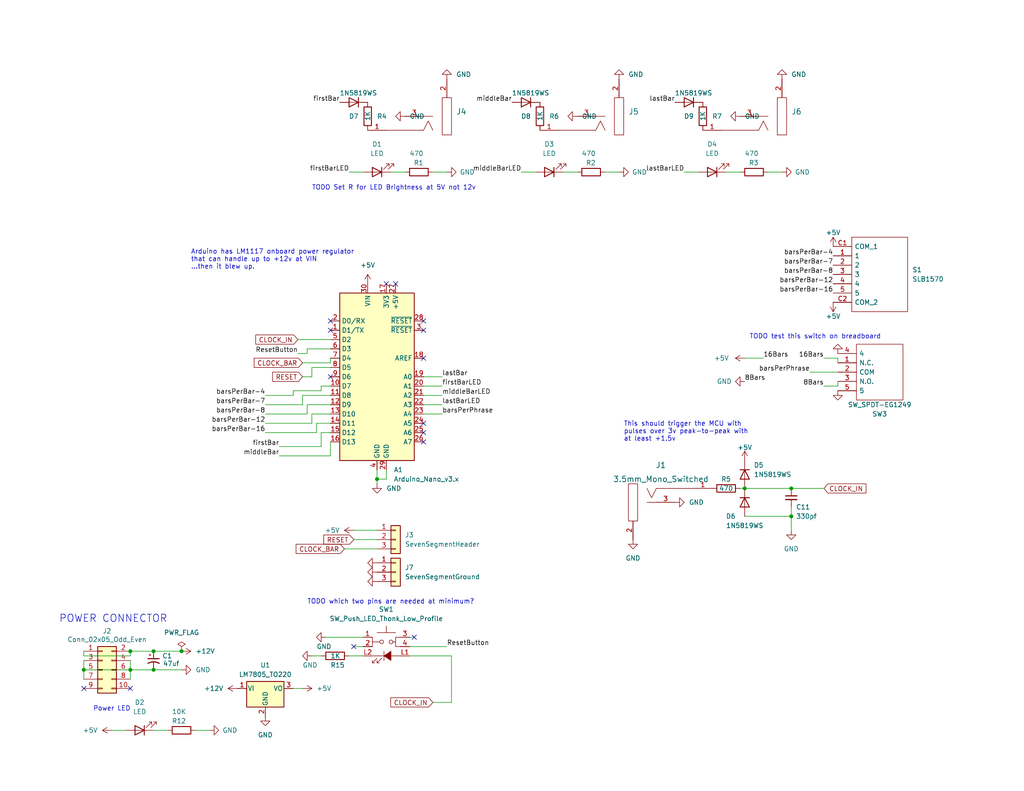
<source format=kicad_sch>
(kicad_sch (version 20230121) (generator eeschema)
  (paper "USLetter")
  (title_block (title "16Bars") (date "2023-02-07") (rev "2.0") (company "16Winds"))
  (lib_symbols
    (symbol "+5V_1" (power) (pin_names (offset 0))
      (property "Value" "+5V_1" (at 0 3.556 0))
      (symbol "+5V_1_0_1"
        (polyline (pts (xy -0.762 1.27) (xy 0 2.54)))
        (polyline (pts (xy 0 0) (xy 0 2.54)))
        (polyline (pts (xy 0 2.54) (xy 0.762 1.27)))
      )
      (symbol "+5V_1_1_1"
        (pin power_in line (at 0 0 90) (length 0) hide (name "+5V") (number "1"))
      )
    )
    (symbol "4ms_Connector:Conn_01x03" (pin_names (offset 1.016) hide)
      (property "Reference" "J" (at 0 5.08 0))
      (property "Value" "Conn_01x03" (at 0 -5.08 0))
      (symbol "Conn_01x03_1_1"
        (rectangle (start -1.27 -2.413) (end 0 -2.667) (stroke (width 0.1524)))
        (rectangle (start -1.27 0.127) (end 0 -0.127) (stroke (width 0.1524)))
        (rectangle (start -1.27 2.667) (end 0 2.413) (stroke (width 0.1524)))
        (rectangle (start -1.27 3.81) (end 1.27 -3.81) (stroke (width 0.254)) (fill (type background)))
        (pin passive line (at -5.08 2.54 0) (length 3.81) (name "Pin_1") (number "1"))
        (pin passive line (at -5.08 0 0) (length 3.81) (name "Pin_2") (number "2"))
        (pin passive line (at -5.08 -2.54 0) (length 3.81) (name "Pin_3") (number "3"))
      )
    )
    (symbol "4ms_Jack:3.5mm_Mono_Switched" (pin_names (offset 0) hide)
      (property "Reference" "J" (at -6.35 -7.62 0))
      (property "Value" "3.5mm_Mono_Switched" (at 6.35 6.604 0))
      (symbol "3.5mm_Mono_Switched_0_0"
        (rectangle (start -6.35 5.08) (end -3.81 -5.08))
        (polyline (pts (xy -1.27 0) (xy 1.27 0)))
        (polyline (pts (xy -1.27 3.81) (xy 0 1.27) (xy 1.27 3.81) (xy 11.43 3.81)))
      )
      (symbol "3.5mm_Mono_Switched_1_1"
        (pin passive line (at 16.51 3.81 180) (length 5.08) (name "SIG") (number "1"))
        (pin passive line (at -5.08 -10.16 90) (length 5.08) (name "SHEILD") (number "2"))
        (pin passive line (at 6.35 0 180) (length 5.08) (name "SW") (number "3"))
      )
    )
    (symbol "4ms_Power-symbol:+5V" (power) (pin_names (offset 0))
      (property "Value" "+5V" (at 0 3.556 0))
      (symbol "+5V_0_1"
        (polyline (pts (xy -0.762 1.27) (xy 0 2.54)))
        (polyline (pts (xy 0 0) (xy 0 2.54)))
        (polyline (pts (xy 0 2.54) (xy 0.762 1.27)))
      )
      (symbol "+5V_1_1"
        (pin power_in line (at 0 0 90) (length 0) hide (name "+5V") (number "1"))
      )
    )
    (symbol "4ms_Power-symbol:GND" (power) (pin_names (offset 0))
      (property "Value" "GND" (at 0 -3.81 0))
      (symbol "GND_0_1"
        (polyline (pts (xy 0 0) (xy 0 -1.27) (xy 1.27 -1.27) (xy 0 -2.54) (xy -1.27 -1.27) (xy 0 -1.27)))
      )
      (symbol "GND_1_1"
        (pin power_in line (at 0 0 270) (length 0) hide (name "GND") (number "1"))
      )
    )
    (symbol "Connector_Generic:Conn_02x05_Odd_Even" (pin_names (offset 1.016) hide)
      (property "Reference" "J" (at 1.27 7.62 0))
      (property "Value" "Conn_02x05_Odd_Even" (at 1.27 -7.62 0))
      (symbol "Conn_02x05_Odd_Even_1_1"
        (rectangle (start -1.27 -4.953) (end 0 -5.207) (stroke (width 0.1524)))
        (rectangle (start -1.27 -2.413) (end 0 -2.667) (stroke (width 0.1524)))
        (rectangle (start -1.27 0.127) (end 0 -0.127) (stroke (width 0.1524)))
        (rectangle (start -1.27 2.667) (end 0 2.413) (stroke (width 0.1524)))
        (rectangle (start -1.27 5.207) (end 0 4.953) (stroke (width 0.1524)))
        (rectangle (start -1.27 6.35) (end 3.81 -6.35) (stroke (width 0.254)) (fill (type background)))
        (rectangle (start 3.81 -4.953) (end 2.54 -5.207) (stroke (width 0.1524)))
        (rectangle (start 3.81 -2.413) (end 2.54 -2.667) (stroke (width 0.1524)))
        (rectangle (start 3.81 0.127) (end 2.54 -0.127) (stroke (width 0.1524)))
        (rectangle (start 3.81 2.667) (end 2.54 2.413) (stroke (width 0.1524)))
        (rectangle (start 3.81 5.207) (end 2.54 4.953) (stroke (width 0.1524)))
        (pin passive line (at -5.08 5.08 0) (length 3.81) (name "Pin_1") (number "1"))
        (pin passive line (at 7.62 -5.08 180) (length 3.81) (name "Pin_10") (number "10"))
        (pin passive line (at 7.62 5.08 180) (length 3.81) (name "Pin_2") (number "2"))
        (pin passive line (at -5.08 2.54 0) (length 3.81) (name "Pin_3") (number "3"))
        (pin passive line (at 7.62 2.54 180) (length 3.81) (name "Pin_4") (number "4"))
        (pin passive line (at -5.08 0 0) (length 3.81) (name "Pin_5") (number "5"))
        (pin passive line (at 7.62 0 180) (length 3.81) (name "Pin_6") (number "6"))
        (pin passive line (at -5.08 -2.54 0) (length 3.81) (name "Pin_7") (number "7"))
        (pin passive line (at 7.62 -2.54 180) (length 3.81) (name "Pin_8") (number "8"))
        (pin passive line (at -5.08 -5.08 0) (length 3.81) (name "Pin_9") (number "9"))
      )
    )
    (symbol "Device:C_Polarized_Small_US" (pin_numbers hide) (pin_names (offset 0.254) hide)
      (property "Reference" "C" (at 0.254 1.778 0))
      (property "Value" "C_Polarized_Small_US" (at 0.254 -2.032 0))
      (symbol "C_Polarized_Small_US_0_1"
        (polyline (pts (xy -1.524 0.508) (xy 1.524 0.508)) (stroke (width 0.3048)))
        (polyline (pts (xy -1.27 1.524) (xy -0.762 1.524)))
        (polyline (pts (xy -1.016 1.27) (xy -1.016 1.778)))
        (arc (start 1.524 -0.762) (mid 0 -0.3734) (end -1.524 -0.762) (stroke (width 0.3048)))
      )
      (symbol "C_Polarized_Small_US_1_1"
        (pin passive line (at 0 2.54 270) (length 2.032) (name "~") (number "1"))
        (pin passive line (at 0 -2.54 90) (length 2.032) (name "~") (number "2"))
      )
    )
    (symbol "Device:C_Small" (pin_numbers hide) (pin_names (offset 0.254) hide)
      (property "Reference" "C" (at 0.254 1.778 0))
      (property "Value" "C_Small" (at 0.254 -2.032 0))
      (symbol "C_Small_0_1"
        (polyline (pts (xy -1.524 -0.508) (xy 1.524 -0.508)) (stroke (width 0.3302)))
        (polyline (pts (xy -1.524 0.508) (xy 1.524 0.508)) (stroke (width 0.3048)))
      )
      (symbol "C_Small_1_1"
        (pin passive line (at 0 2.54 270) (length 2.032) (name "~") (number "1"))
        (pin passive line (at 0 -2.54 90) (length 2.032) (name "~") (number "2"))
      )
    )
    (symbol "Device:D" (pin_numbers hide) (pin_names (offset 1.016) hide)
      (property "Reference" "D" (at 0 2.54 0))
      (property "Value" "D" (at 0 -2.54 0))
      (symbol "D_0_1"
        (polyline (pts (xy -1.27 1.27) (xy -1.27 -1.27)) (stroke (width 0.254)))
        (polyline (pts (xy 1.27 0) (xy -1.27 0)))
        (polyline (pts (xy 1.27 1.27) (xy 1.27 -1.27) (xy -1.27 0) (xy 1.27 1.27)) (stroke (width 0.254)))
      )
      (symbol "D_1_1"
        (pin passive line (at -3.81 0 0) (length 2.54) (name "K") (number "1"))
        (pin passive line (at 3.81 0 180) (length 2.54) (name "A") (number "2"))
      )
    )
    (symbol "Device:LED" (pin_numbers hide) (pin_names (offset 1.016) hide)
      (property "Reference" "D" (at 0 2.54 0))
      (property "Value" "LED" (at 0 -2.54 0))
      (symbol "LED_0_1"
        (polyline (pts (xy -1.27 -1.27) (xy -1.27 1.27)) (stroke (width 0.254)))
        (polyline (pts (xy -1.27 0) (xy 1.27 0)))
        (polyline (pts (xy 1.27 -1.27) (xy 1.27 1.27) (xy -1.27 0) (xy 1.27 -1.27)) (stroke (width 0.254)))
        (polyline (pts (xy -3.048 -0.762) (xy -4.572 -2.286) (xy -3.81 -2.286) (xy -4.572 -2.286) (xy -4.572 -1.524)))
        (polyline (pts (xy -1.778 -0.762) (xy -3.302 -2.286) (xy -2.54 -2.286) (xy -3.302 -2.286) (xy -3.302 -1.524)))
      )
      (symbol "LED_1_1"
        (pin passive line (at -3.81 0 0) (length 2.54) (name "K") (number "1"))
        (pin passive line (at 3.81 0 180) (length 2.54) (name "A") (number "2"))
      )
    )
    (symbol "Device:R" (pin_numbers hide) (pin_names (offset 0))
      (property "Reference" "R" (at 2.032 0 90))
      (property "Value" "R" (at 0 0 90))
      (symbol "R_0_1"
        (rectangle (start -1.016 -2.54) (end 1.016 2.54) (stroke (width 0.254)))
      )
      (symbol "R_1_1"
        (pin passive line (at 0 3.81 270) (length 1.27) (name "~") (number "1"))
        (pin passive line (at 0 -3.81 90) (length 1.27) (name "~") (number "2"))
      )
    )
    (symbol "MCU_Module:Arduino_Nano_v3.x"
      (property "Reference" "A" (at -10.16 23.495 0))
      (property "Value" "Arduino_Nano_v3.x" (at 5.08 -24.13 0))
      (symbol "Arduino_Nano_v3.x_0_1"
        (rectangle (start -10.16 22.86) (end 10.16 -22.86) (stroke (width 0.254)) (fill (type background)))
      )
      (symbol "Arduino_Nano_v3.x_1_1"
        (pin bidirectional line (at -12.7 12.7 0) (length 2.54) (name "D1/TX") (number "1"))
        (pin bidirectional line (at -12.7 -2.54 0) (length 2.54) (name "D7") (number "10"))
        (pin bidirectional line (at -12.7 -5.08 0) (length 2.54) (name "D8") (number "11"))
        (pin bidirectional line (at -12.7 -7.62 0) (length 2.54) (name "D9") (number "12"))
        (pin bidirectional line (at -12.7 -10.16 0) (length 2.54) (name "D10") (number "13"))
        (pin bidirectional line (at -12.7 -12.7 0) (length 2.54) (name "D11") (number "14"))
        (pin bidirectional line (at -12.7 -15.24 0) (length 2.54) (name "D12") (number "15"))
        (pin bidirectional line (at -12.7 -17.78 0) (length 2.54) (name "D13") (number "16"))
        (pin power_out line (at 2.54 25.4 270) (length 2.54) (name "3V3") (number "17"))
        (pin input line (at 12.7 5.08 180) (length 2.54) (name "AREF") (number "18"))
        (pin bidirectional line (at 12.7 0 180) (length 2.54) (name "A0") (number "19"))
        (pin bidirectional line (at -12.7 15.24 0) (length 2.54) (name "D0/RX") (number "2"))
        (pin bidirectional line (at 12.7 -2.54 180) (length 2.54) (name "A1") (number "20"))
        (pin bidirectional line (at 12.7 -5.08 180) (length 2.54) (name "A2") (number "21"))
        (pin bidirectional line (at 12.7 -7.62 180) (length 2.54) (name "A3") (number "22"))
        (pin bidirectional line (at 12.7 -10.16 180) (length 2.54) (name "A4") (number "23"))
        (pin bidirectional line (at 12.7 -12.7 180) (length 2.54) (name "A5") (number "24"))
        (pin bidirectional line (at 12.7 -15.24 180) (length 2.54) (name "A6") (number "25"))
        (pin bidirectional line (at 12.7 -17.78 180) (length 2.54) (name "A7") (number "26"))
        (pin power_out line (at 5.08 25.4 270) (length 2.54) (name "+5V") (number "27"))
        (pin input line (at 12.7 15.24 180) (length 2.54) (name "~{RESET}") (number "28"))
        (pin power_in line (at 2.54 -25.4 90) (length 2.54) (name "GND") (number "29"))
        (pin input line (at 12.7 12.7 180) (length 2.54) (name "~{RESET}") (number "3"))
        (pin power_in line (at -2.54 25.4 270) (length 2.54) (name "VIN") (number "30"))
        (pin power_in line (at 0 -25.4 90) (length 2.54) (name "GND") (number "4"))
        (pin bidirectional line (at -12.7 10.16 0) (length 2.54) (name "D2") (number "5"))
        (pin bidirectional line (at -12.7 7.62 0) (length 2.54) (name "D3") (number "6"))
        (pin bidirectional line (at -12.7 5.08 0) (length 2.54) (name "D4") (number "7"))
        (pin bidirectional line (at -12.7 2.54 0) (length 2.54) (name "D5") (number "8"))
        (pin bidirectional line (at -12.7 0 0) (length 2.54) (name "D6") (number "9"))
      )
    )
    (symbol "Regulator_Linear:LM7805_TO220" (pin_names (offset 0.254))
      (property "Reference" "U" (at -3.81 3.175 0))
      (property "Value" "LM7805_TO220" (at 0 3.175 0))
      (symbol "LM7805_TO220_0_1"
        (rectangle (start -5.08 1.905) (end 5.08 -5.08) (stroke (width 0.254)) (fill (type background)))
      )
      (symbol "LM7805_TO220_1_1"
        (pin power_in line (at -7.62 0 0) (length 2.54) (name "VI") (number "1"))
        (pin power_in line (at 0 -7.62 90) (length 2.54) (name "GND") (number "2"))
        (pin power_out line (at 7.62 0 180) (length 2.54) (name "VO") (number "3"))
      )
    )
    (symbol "SLB1570:SLB1570" (pin_names (offset 0.762))
      (property "Reference" "S" (at 21.59 7.62 0))
      (property "Value" "SLB1570" (at 21.59 5.08 0))
      (symbol "SLB1570_0_0"
        (pin passive line (at 0 -2.54 0) (length 5.08) (name "1") (number "1"))
        (pin passive line (at 0 -5.08 0) (length 5.08) (name "2") (number "2"))
        (pin passive line (at 0 -7.62 0) (length 5.08) (name "3") (number "3"))
        (pin passive line (at 0 -10.16 0) (length 5.08) (name "4") (number "4"))
        (pin passive line (at 0 -12.7 0) (length 5.08) (name "5") (number "5"))
        (pin passive line (at 0 0 0) (length 5.08) (name "COM_1") (number "C1"))
        (pin passive line (at 0 -15.24 0) (length 5.08) (name "COM_2") (number "C2"))
      )
      (symbol "SLB1570_0_1"
        (polyline (pts (xy 5.08 2.54) (xy 20.32 2.54) (xy 20.32 -17.78) (xy 5.08 -17.78) (xy 5.08 2.54)) (stroke (width 0.1524)))
      )
    )
    (symbol "SamacSys_Parts:EG1249-On-On" (pin_names (offset 0.762))
      (property "Reference" "S" (at 19.05 7.62 0))
      (property "Value" "EG1249-On-On" (at 19.05 5.08 0))
      (symbol "EG1249-On-On_0_0"
        (pin passive line (at 0 -2.54 0) (length 5.08) (name "N.C.") (number "1"))
        (pin passive line (at 0 -5.08 0) (length 5.08) (name "COM") (number "2"))
        (pin passive line (at 0 -7.62 0) (length 5.08) (name "N.O.") (number "3"))
        (pin passive line (at 0 0 0) (length 5.08) (name "4") (number "4"))
        (pin passive line (at 0 -10.16 0) (length 5.08) (name "5") (number "5"))
      )
      (symbol "EG1249-On-On_0_1"
        (polyline (pts (xy 5.08 2.54) (xy 17.78 2.54) (xy 17.78 -12.7) (xy 5.08 -12.7) (xy 5.08 2.54)) (stroke (width 0.1524)))
      )
    )
    (symbol "TDSR*:SW_Push_LED_Thonk_Low_Profile" (pin_names (offset 1.016) hide)
      (property "Reference" "SW" (at 0.635 5.715 0))
      (property "Value" "SW_Push_LED_Thonk_Low_Profile" (at 0 -6.35 0))
      (symbol "SW_Push_LED_Thonk_Low_Profile_0_0"
        (polyline (pts (xy -3.81 -4.445) (xy -2.54 -3.175)))
        (polyline (pts (xy -2.54 -4.445) (xy -1.27 -3.175)))
        (polyline (pts (xy -2.54 -2.54) (xy 2.54 -2.54)))
        (polyline (pts (xy -0.635 -1.27) (xy -0.635 -3.81)))
        (polyline (pts (xy -3.81 -3.81) (xy -3.81 -4.445) (xy -3.175 -4.445)))
        (polyline (pts (xy -2.54 -3.81) (xy -2.54 -4.445) (xy -1.905 -4.445)))
        (polyline (pts (xy -0.635 -2.54) (xy 1.27 -1.27) (xy 1.27 -3.81) (xy -0.635 -2.54)) (fill (type outline)))
      )
      (symbol "SW_Push_LED_Thonk_Low_Profile_0_1"
        (circle (center -1.27 1.27) (radius 0.508))
        (polyline (pts (xy -3.81 -2.54) (xy -3.81 -2.54)))
        (polyline (pts (xy -3.81 1.27) (xy -1.778 1.27)))
        (polyline (pts (xy -3.81 2.54) (xy -3.81 0)))
        (polyline (pts (xy -2.54 -2.54) (xy -3.81 -2.54)))
        (polyline (pts (xy 0 3.81) (xy 0 5.588)))
        (polyline (pts (xy 2.54 -2.54) (xy 3.81 -2.54)))
        (polyline (pts (xy 2.54 0) (xy 3.81 0)))
        (polyline (pts (xy 2.54 3.81) (xy -2.54 3.81)))
        (polyline (pts (xy 3.81 0) (xy 3.81 0)))
        (polyline (pts (xy 3.81 2.54) (xy 2.54 2.54)))
        (polyline (pts (xy 2.54 2.54) (xy 2.54 0) (xy 2.54 1.27) (xy 1.778 1.27)))
        (circle (center 1.27 1.27) (radius 0.508))
        (pin passive line (at -6.35 2.54 0) (length 2.54) (name "1") (number "1"))
        (pin passive line (at -6.35 0 0) (length 2.54) (name "2") (number "2"))
        (pin passive line (at 6.35 2.54 180) (length 2.54) (name "3") (number "3"))
        (pin passive line (at 6.35 0 180) (length 2.54) (name "4") (number "4"))
        (pin passive line (at 6.35 -2.54 180) (length 2.54) (name "L1") (number "L1"))
        (pin passive line (at -6.35 -2.54 0) (length 2.54) (name "L2") (number "L2"))
      )
    )
    (symbol "power:+12V" (power) (pin_names (offset 0))
      (property "Value" "+12V" (at 0 3.556 0))
      (symbol "+12V_0_1"
        (polyline (pts (xy -0.762 1.27) (xy 0 2.54)))
        (polyline (pts (xy 0 0) (xy 0 2.54)))
        (polyline (pts (xy 0 2.54) (xy 0.762 1.27)))
      )
      (symbol "+12V_1_1"
        (pin power_in line (at 0 0 90) (length 0) hide (name "+12V") (number "1"))
      )
    )
    (symbol "power:+5V" (power) (pin_names (offset 0))
      (property "Value" "+5V" (at 0 3.556 0))
      (symbol "+5V_0_1"
        (polyline (pts (xy -0.762 1.27) (xy 0 2.54)))
        (polyline (pts (xy 0 0) (xy 0 2.54)))
        (polyline (pts (xy 0 2.54) (xy 0.762 1.27)))
      )
      (symbol "+5V_1_1"
        (pin power_in line (at 0 0 90) (length 0) hide (name "+5V") (number "1"))
      )
    )
    (symbol "power:GND" (power) (pin_names (offset 0))
      (property "Value" "GND" (at 0 -3.81 0))
      (symbol "GND_0_1"
        (polyline (pts (xy 0 0) (xy 0 -1.27) (xy 1.27 -1.27) (xy 0 -2.54) (xy -1.27 -1.27) (xy 0 -1.27)))
      )
      (symbol "GND_1_1"
        (pin power_in line (at 0 0 270) (length 0) hide (name "GND") (number "1"))
      )
    )
    (symbol "power:PWR_FLAG" (power) (pin_numbers hide) (pin_names (offset 0) hide)
      (property "Value" "PWR_FLAG" (at 0 3.81 0))
      (symbol "PWR_FLAG_0_0"
        (pin power_out line (at 0 0 90) (length 0) (name "pwr") (number "1"))
      )
      (symbol "PWR_FLAG_0_1"
        (polyline (pts (xy 0 0) (xy 0 1.27) (xy -1.016 1.905) (xy 0 2.54) (xy 1.016 1.905) (xy 0 1.27)))
      )
    )
  )
  (junction (at 35.56 182.88))
  (junction (at 35.56 177.8))
  (junction (at 102.87 130.81))
  (junction (at 41.91 182.88))
  (junction (at 215.9 133.35))
  (junction (at 203.2 133.35))
  (junction (at 22.86 182.88))
  (junction (at 215.9 140.97))
  (junction (at 41.91 177.8))
  (junction (at 49.53 177.8))
  (no_connect (at 90.17 90.17))
  (no_connect (at 107.95 77.47))
  (no_connect (at 115.57 115.57))
  (no_connect (at 115.57 120.65))
  (no_connect (at 115.57 97.79))
  (no_connect (at 90.17 102.87))
  (no_connect (at 90.17 87.63))
  (no_connect (at 115.57 118.11))
  (no_connect (at 105.41 77.47))
  (no_connect (at 115.57 87.63))
  (no_connect (at 22.86 187.96))
  (no_connect (at 96.52 176.53))
  (no_connect (at 115.57 90.17))
  (no_connect (at 35.56 187.96))
  (no_connect (at 113.03 173.99))
  (wire (pts (xy 95.25 46.99) (xy 99.06 46.99)))
  (wire (pts (xy 87.63 118.11) (xy 90.17 118.11)))
  (wire (pts (xy 76.2 121.92) (xy 87.63 121.92)))
  (wire (pts (xy 22.86 180.34) (xy 22.86 182.88)))
  (wire (pts (xy 186.69 46.99) (xy 190.5 46.99)))
  (wire (pts (xy 83.82 95.25) (xy 90.17 95.25)))
  (wire (pts (xy 35.56 185.42) (xy 35.56 182.88)))
  (wire (pts (xy 118.11 46.99) (xy 121.92 46.99)))
  (wire (pts (xy 82.55 99.06) (xy 90.17 99.06)))
  (wire (pts (xy 35.56 177.8) (xy 41.91 177.8)))
  (wire (pts (xy 82.55 107.95) (xy 82.55 110.49)))
  (wire (pts (xy 111.76 176.53) (xy 121.92 176.53)))
  (wire (pts (xy 111.76 173.99) (xy 113.03 173.99)))
  (wire (pts (xy 228.6 97.79) (xy 224.79 97.79)))
  (wire (pts (xy 85.09 100.33) (xy 90.17 100.33)))
  (wire (pts (xy 35.56 180.34) (xy 35.56 182.88)))
  (wire (pts (xy 72.39 113.03) (xy 83.82 113.03)))
  (wire (pts (xy 102.87 128.27) (xy 102.87 130.81)))
  (wire (pts (xy 86.36 115.57) (xy 90.17 115.57)))
  (wire (pts (xy 102.87 147.32) (xy 96.52 147.32)))
  (wire (pts (xy 83.82 96.52) (xy 83.82 95.25)))
  (wire (pts (xy 228.6 105.41) (xy 224.79 105.41)))
  (wire (pts (xy 106.68 46.99) (xy 110.49 46.99)))
  (wire (pts (xy 203.2 133.35) (xy 215.9 133.35)))
  (wire (pts (xy 203.2 133.35) (xy 201.93 133.35)))
  (wire (pts (xy 76.2 124.46) (xy 90.17 124.46)))
  (wire (pts (xy 87.63 179.07) (xy 85.09 179.07)))
  (wire (pts (xy 111.76 179.07) (xy 123.19 179.07)))
  (wire (pts (xy 153.67 46.99) (xy 157.48 46.99)))
  (wire (pts (xy 87.63 106.68) (xy 87.63 105.41)))
  (wire (pts (xy 85.09 102.87) (xy 85.09 100.33)))
  (wire (pts (xy 35.56 177.8) (xy 35.56 179.07)))
  (wire (pts (xy 123.19 179.07) (xy 123.19 191.77)))
  (wire (pts (xy 85.09 113.03) (xy 85.09 115.57)))
  (wire (pts (xy 115.57 107.95) (xy 120.65 107.95)))
  (wire (pts (xy 203.2 140.97) (xy 215.9 140.97)))
  (wire (pts (xy 86.36 118.11) (xy 86.36 115.57)))
  (wire (pts (xy 81.28 96.52) (xy 83.82 96.52)))
  (wire (pts (xy 85.09 115.57) (xy 72.39 115.57)))
  (wire (pts (xy 81.28 92.71) (xy 90.17 92.71)))
  (wire (pts (xy 22.86 179.07) (xy 22.86 177.8)))
  (wire (pts (xy 90.17 120.65) (xy 90.17 124.46)))
  (wire (pts (xy 215.9 140.97) (xy 215.9 138.43)))
  (wire (pts (xy 95.25 179.07) (xy 99.06 179.07)))
  (wire (pts (xy 102.87 144.78) (xy 96.52 144.78)))
  (wire (pts (xy 228.6 105.41) (xy 228.6 104.14)))
  (wire (pts (xy 115.57 105.41) (xy 120.65 105.41)))
  (wire (pts (xy 22.86 185.42) (xy 22.86 182.88)))
  (wire (pts (xy 87.63 121.92) (xy 87.63 118.11)))
  (wire (pts (xy 80.01 107.95) (xy 80.01 106.68)))
  (wire (pts (xy 208.28 97.79) (xy 203.2 97.79)))
  (wire (pts (xy 93.98 149.86) (xy 102.87 149.86)))
  (wire (pts (xy 35.56 179.07) (xy 22.86 179.07)))
  (wire (pts (xy 72.39 107.95) (xy 80.01 107.95)))
  (wire (pts (xy 80.01 187.96) (xy 82.55 187.96)))
  (wire (pts (xy 228.6 101.6) (xy 220.98 101.6)))
  (wire (pts (xy 87.63 105.41) (xy 90.17 105.41)))
  (wire (pts (xy 83.82 113.03) (xy 83.82 110.49)))
  (wire (pts (xy 30.48 199.39) (xy 34.29 199.39)))
  (wire (pts (xy 198.12 46.99) (xy 201.93 46.99)))
  (wire (pts (xy 105.41 130.81) (xy 102.87 130.81)))
  (wire (pts (xy 215.9 144.78) (xy 215.9 140.97)))
  (wire (pts (xy 105.41 128.27) (xy 105.41 130.81)))
  (wire (pts (xy 90.17 113.03) (xy 85.09 113.03)))
  (wire (pts (xy 115.57 113.03) (xy 120.65 113.03)))
  (wire (pts (xy 228.6 99.06) (xy 228.6 97.79)))
  (wire (pts (xy 41.91 182.88) (xy 35.56 182.88)))
  (wire (pts (xy 215.9 133.35) (xy 224.79 133.35)))
  (wire (pts (xy 82.55 102.87) (xy 85.09 102.87)))
  (wire (pts (xy 82.55 110.49) (xy 72.39 110.49)))
  (wire (pts (xy 41.91 199.39) (xy 45.72 199.39)))
  (wire (pts (xy 99.06 176.53) (xy 96.52 176.53)))
  (wire (pts (xy 165.1 46.99) (xy 168.91 46.99)))
  (wire (pts (xy 22.86 182.88) (xy 35.56 182.88)))
  (wire (pts (xy 90.17 99.06) (xy 90.17 97.79)))
  (wire (pts (xy 90.17 107.95) (xy 82.55 107.95)))
  (wire (pts (xy 41.91 177.8) (xy 49.53 177.8)))
  (wire (pts (xy 88.9 173.99) (xy 99.06 173.99)))
  (wire (pts (xy 41.91 182.88) (xy 49.53 182.88)))
  (wire (pts (xy 53.34 199.39) (xy 57.15 199.39)))
  (wire (pts (xy 72.39 118.11) (xy 86.36 118.11)))
  (wire (pts (xy 209.55 46.99) (xy 213.36 46.99)))
  (wire (pts (xy 102.87 130.81) (xy 102.87 132.08)))
  (wire (pts (xy 115.57 102.87) (xy 120.65 102.87)))
  (wire (pts (xy 80.01 106.68) (xy 87.63 106.68)))
  (wire (pts (xy 115.57 110.49) (xy 120.65 110.49)))
  (wire (pts (xy 142.24 46.99) (xy 146.05 46.99)))
  (wire (pts (xy 83.82 110.49) (xy 90.17 110.49)))
  (wire (pts (xy 118.11 191.77) (xy 123.19 191.77)))
  (text "POWER CONNECTOR" (at 45.72 170.18 0) (effects (font (size 2 2)) (justify right bottom)))
  (text "Arduino has LM1117 onboard power regulator \nthat can handle up to +12v at VIN\n...then it blew up." (at 52.07 73.66 0) (effects (font (size 1.27 1.27)) (justify left bottom)))
  (text "Power LED" (at 25.4 194.31 0) (effects (font (size 1.27 1.27)) (justify left bottom)))
  (text "TODO test this switch on breadboard" (at 204.47 92.71 0) (effects (font (size 1.27 1.27)) (justify left bottom)))
  (text "TODO which two pins are needed at minimum?" (at 83.82 165.1 0) (effects (font (size 1.27 1.27)) (justify left bottom)))
  (text "TODO Set R for LED Brightness at 5V not 12v" (at 85.09 52.07 0) (effects (font (size 1.27 1.27)) (justify left bottom)))
  (text "This should trigger the MCU with \npulses over 3v peak-to-peak with\nat least +1.5v" (at 170.18 120.65 0) (effects (font (size 1.27 1.27)) (justify left bottom)))
  (label "middleBarLED" (at 120.65 107.95 0))
  (label "lastBar" (at 184.15 27.94 180))
  (label "lastBar" (at 120.65 102.87 0))
  (label "8Bars" (at 203.2 104.14 0))
  (label "barsPerBar-12" (at 72.39 115.57 180))
  (label "barsPerBar-8" (at 72.39 113.03 180))
  (label "middleBar" (at 76.2 124.46 180))
  (label "8Bars" (at 224.79 105.41 180))
  (label "firstBarLED" (at 95.25 46.99 180))
  (label "barsPerBar-8" (at 227.33 74.93 180))
  (label "firstBarLED" (at 120.65 105.41 0))
  (label "barsPerBar-7" (at 72.39 110.49 180))
  (label "ResetButton" (at 121.92 176.53 0))
  (label "barsPerBar-4" (at 72.39 107.95 180))
  (label "barsPerPhrase" (at 220.98 101.6 180))
  (label "barsPerBar-7" (at 227.33 72.39 180))
  (label "ResetButton" (at 81.28 96.52 180))
  (label "middleBar" (at 139.7 27.94 180))
  (label "lastBarLED" (at 120.65 110.49 0))
  (label "barsPerBar-12" (at 227.33 77.47 180))
  (label "barsPerPhrase" (at 120.65 113.03 0))
  (label "16Bars" (at 224.79 97.79 180))
  (label "firstBar" (at 76.2 121.92 180))
  (label "firstBar" (at 92.71 27.94 180))
  (label "barsPerBar-16" (at 227.33 80.01 180))
  (label "middleBarLED" (at 142.24 46.99 180))
  (label "lastBarLED" (at 186.69 46.99 180))
  (label "16Bars" (at 208.28 97.79 0))
  (label "barsPerBar-16" (at 72.39 118.11 180))
  (label "barsPerBar-4" (at 227.33 69.85 180))
  (global_label "CLOCK_IN" (shape input) (at 224.79 133.35 0) (property "Intersheetrefs" "${INTERSHEET_REFS}" (effects hide)))
  (global_label "CLOCK_BAR" (shape input) (at 82.55 99.06 180) (property "Intersheetrefs" "${INTERSHEET_REFS}" (effects hide)))
  (global_label "RESET" (shape input) (at 96.52 147.32 180) (property "Intersheetrefs" "${INTERSHEET_REFS}" (effects hide)))
  (global_label "CLOCK_IN" (shape input) (at 81.28 92.71 180) (property "Intersheetrefs" "${INTERSHEET_REFS}" (effects hide)))
  (global_label "CLOCK_IN" (shape input) (at 118.11 191.77 180) (property "Intersheetrefs" "${INTERSHEET_REFS}" (effects hide)))
  (global_label "CLOCK_BAR" (shape input) (at 93.98 149.86 180) (property "Intersheetrefs" "${INTERSHEET_REFS}" (effects hide)))
  (global_label "RESET" (shape input) (at 82.55 102.87 180) (property "Intersheetrefs" "${INTERSHEET_REFS}" (effects hide)))
  (symbol (lib_id "power:+5V") (at 227.33 67.31 0) (unit 1)
    (property "Reference" "#PWR025" (effects hide))
    (property "Value" "+5V" (at 227.33 63.5 0))
  )
  (symbol (lib_id "Device:R") (at 147.32 31.75 180) (unit 1)
    (property "Reference" "R6" (at 149.86 31.75 0) (effects (justify right)))
    (property "Value" "1K" (at 147.32 33.02 90) (effects (justify right)))
    (property "Footprint" "Resistor_SMD:R_0402_1005Metric" (effects hide))
    (property "LCSC" "C4410" (effects hide))
    (property "Manufacturer_Part_Number" "C4109" (effects hide))
  )
  (symbol (lib_id "4ms_Jack:3.5mm_Mono_Switched") (at 116.84 31.75 180) (unit 1)
    (property "Reference" "J4" (at 124.46 30.48 0) (effects (font (size 1.524 1.524)) (justify right)))
    (property "Value" "3.5mm_Mono_Switched" (effects hide))
    (property "Footprint" "4ms_Jack:EighthInch_PJ398SM" (effects hide))
    (property "Datasheet" "http://www.qingpu-electronics.com/en/products/wqp-pj398sm-362.html" (effects hide))
    (property "Specifications" "Audio 3.5mm Jack, mono, switched, PC-pin Vertical" (effects hide))
    (property "Manufacturer" "Wenzhou QingPu Electronics Co" (effects hide))
    (property "Part Number" "WQP-WQP518MA" (effects hide))
  )
  (symbol (lib_id "power:+5V") (at 30.48 199.39 90) (unit 1)
    (property "Reference" "#PWR027" (effects hide))
    (property "Value" "+5V" (at 26.67 199.39 90) (effects (justify left)))
  )
  (symbol (lib_id "power:GND") (at 203.2 104.14 270) (unit 1)
    (property "Reference" "#PWR0104" (effects hide))
    (property "Value" "GND" (at 195.58 104.14 90) (effects (justify left)))
  )
  (symbol (lib_id "Device:R") (at 114.3 46.99 270) (unit 1)
    (property "Reference" "R1" (at 115.57 44.4501 90) (effects (justify right)))
    (property "Value" "470" (at 115.57 41.9101 90) (effects (justify right)))
    (property "Footprint" "Resistor_SMD:R_0402_1005Metric" (effects hide))
    (property "LCSC" "C25117" (effects hide))
    (property "Manufacturer_Part_Number" "C4109" (effects hide))
  )
  (symbol (lib_id "power:GND") (at 228.6 96.52 180) (unit 1)
    (property "Reference" "#PWR0112" (effects hide))
    (property "Value" "GND" (effects hide))
  )
  (symbol (lib_id "power:PWR_FLAG") (at 49.53 177.8 0) (unit 1)
    (property "Reference" "#FLG0102" (effects hide))
    (property "Value" "PWR_FLAG" (at 49.53 172.72 0))
  )
  (symbol (lib_id "Device:R") (at 205.74 46.99 270) (unit 1)
    (property "Reference" "R3" (at 207.01 44.4501 90) (effects (justify right)))
    (property "Value" "470" (at 207.01 41.9101 90) (effects (justify right)))
    (property "Footprint" "Resistor_SMD:R_0402_1005Metric" (effects hide))
    (property "LCSC" "C25117" (effects hide))
    (property "Manufacturer_Part_Number" "C4109" (effects hide))
  )
  (symbol (lib_id "power:+5V") (at 203.2 97.79 90) (unit 1)
    (property "Reference" "#PWR0103" (effects hide))
    (property "Value" "+5V" (at 196.85 97.79 90))
  )
  (symbol (lib_id "power:+12V") (at 64.77 187.96 90) (unit 1)
    (property "Reference" "#PWR08" (effects hide))
    (property "Value" "+12V" (at 60.96 187.96 90) (effects (justify left)))
  )
  (symbol (lib_id "4ms_Power-symbol:GND") (at 121.92 21.59 180) (unit 1)
    (property "Reference" "#PWR010" (effects hide))
    (property "Value" "GND" (at 124.46 20.3199 0) (effects (justify right)))
  )
  (symbol (lib_id "power:GND") (at 102.87 153.67 270) (unit 1)
    (property "Reference" "#PWR01" (effects hide))
    (property "Value" "GND" (effects hide))
  )
  (symbol (lib_name "+5V_1") (lib_id "power:+5V") (at 100.33 77.47 0) (unit 1)
    (property "Reference" "#PWR06" (effects hide))
    (property "Value" "+5V" (at 100.33 72.39 0))
  )
  (symbol (lib_id "SamacSys_Parts:EG1249-On-On") (at 228.6 96.52 0) (unit 1)
    (property "Reference" "SW3" (at 240.03 113.03 0))
    (property "Value" "SW_SPDT-EG1249" (at 240.03 110.49 0))
    (property "Footprint" "EG1249" (effects hide))
    (property "Datasheet" "https://datasheet.datasheetarchive.com/originals/distributors/Datasheets-DGA5/426734.pdf" (effects hide))
    (property "Notes" "Mouse has a variety of switches, needs to be ON ON ON" (effects hide))
    (property "Description" "Slide Switches SPDT 6MM LEVER" (effects hide))
    (property "Height" "14.5" (effects hide))
    (property "Mouser Part Number" "612-EG1249" (effects hide))
    (property "Mouser Price/Stock" "https://www.mouser.co.uk/ProductDetail/E-Switch/EG1249?qs=HKd%2Fp3M7KlWui1pwdUluqA%3D%3D" (effects hide))
    (property "Manufacturer_Name" "E-Switch" (effects hide))
    (property "Manufacturer_Part_Number" "EG1249" (effects hide))
  )
  (symbol (lib_id "power:GND") (at 102.87 158.75 270) (unit 1)
    (property "Reference" "#PWR04" (effects hide))
    (property "Value" "GND" (effects hide))
  )
  (symbol (lib_id "power:GND") (at 213.36 46.99 90) (unit 1)
    (property "Reference" "#PWR022" (effects hide))
    (property "Value" "GND" (at 220.98 46.99 90) (effects (justify left)))
  )
  (symbol (lib_id "power:GND") (at 121.92 46.99 90) (unit 1)
    (property "Reference" "#PWR012" (effects hide))
    (property "Value" "GND" (at 129.54 46.99 90) (effects (justify left)))
  )
  (symbol (lib_id "4ms_Connector:Conn_01x03") (at 107.95 147.32 0) (unit 1)
    (property "Reference" "J3" (at 110.49 146.0499 0) (effects (justify left)))
    (property "Value" "SevenSegmentHeader" (at 110.49 148.5899 0) (effects (justify left)))
    (property "Footprint" "4ms_Connector:Pins_1x03_2.54mm_TH_AudioInsRGndL" (effects hide))
    (property "Specifications" "HEADER 1x3 MALE PINS 0.100” 180deg" (effects hide))
    (property "Manufacturer" "TAD" (effects hide))
    (property "Part Number" "1-0301FBV0T" (effects hide))
  )
  (symbol (lib_id "Device:D") (at 203.2 137.16 270) (unit 1)
    (property "Reference" "D6" (at 199.39 140.97 90))
    (property "Value" "1N5819WS" (at 203.2 143.51 90))
    (property "Footprint" "Diode_SMD:D_SOD-323" (effects hide))
    (property "Datasheet" "https://datasheet.lcsc.com/lcsc/2204281430_Guangdong-Hottech-1N5819WS_C191023.pdf" (effects hide))
    (property "LCSC" "C191023" (effects hide))
    (property "Manufacturer_Part_Number" "C191023" (effects hide))
  )
  (symbol (lib_id "4ms_Power-symbol:GND") (at 168.91 21.59 180) (unit 1)
    (property "Reference" "#PWR015" (effects hide))
    (property "Value" "GND" (at 171.45 20.3199 0) (effects (justify right)))
  )
  (symbol (lib_id "4ms_Power-symbol:+5V") (at 96.52 144.78 90) (unit 1)
    (property "Reference" "#PWR05" (effects hide))
    (property "Value" "+5V" (at 92.71 144.7799 90) (effects (justify left)))
  )
  (symbol (lib_id "Device:C_Polarized_Small_US") (at 41.91 180.34 0) (unit 1)
    (property "Reference" "C1" (at 46.99 179.07 0) (effects (justify right)))
    (property "Value" "47uf" (at 44.45 181.1781 0) (effects (justify left)))
    (property "Footprint" "Capacitor_THT:CP_Radial_D5.0mm_P2.00mm" (effects hide))
  )
  (symbol (lib_id "power:GND") (at 85.09 179.07 270) (unit 1)
    (property "Reference" "#PWR014" (effects hide))
    (property "Value" "GND" (at 82.55 181.61 90) (effects (justify left)))
  )
  (symbol (lib_id "4ms_Power-symbol:GND") (at 184.15 137.16 90) (unit 1)
    (property "Reference" "#PWR043" (effects hide))
    (property "Value" "GND" (at 187.96 137.1599 90) (effects (justify right)))
  )
  (symbol (lib_id "4ms_Power-symbol:GND") (at 110.49 31.75 270) (unit 1)
    (property "Reference" "#PWR09" (effects hide))
    (property "Value" "GND" (at 111.76 31.7499 90) (effects (justify left)))
  )
  (symbol (lib_id "Device:LED") (at 194.31 46.99 180) (unit 1)
    (property "Reference" "D4" (at 194.31 39.37 0))
    (property "Value" "LED" (at 194.31 41.91 0))
    (property "Footprint" "LED_THT:LED_D3.0mm" (effects hide))
  )
  (symbol (lib_id "Device:R") (at 100.33 31.75 180) (unit 1)
    (property "Reference" "R4" (at 102.87 31.75 0) (effects (justify right)))
    (property "Value" "1K" (at 100.33 33.02 90) (effects (justify right)))
    (property "Footprint" "Resistor_SMD:R_0402_1005Metric" (effects hide))
    (property "LCSC" "C4410" (effects hide))
    (property "Manufacturer_Part_Number" "C4109" (effects hide))
  )
  (symbol (lib_id "power:+12V") (at 49.53 177.8 270) (unit 1)
    (property "Reference" "#PWR0110" (effects hide))
    (property "Value" "+12V" (at 53.34 177.7999 90) (effects (justify left)))
  )
  (symbol (lib_id "4ms_Jack:3.5mm_Mono_Switched") (at 163.83 31.75 180) (unit 1)
    (property "Reference" "J5" (at 171.45 30.48 0) (effects (font (size 1.524 1.524)) (justify right)))
    (property "Value" "3.5mm_Mono_Switched" (effects hide))
    (property "Footprint" "4ms_Jack:EighthInch_PJ398SM" (effects hide))
    (property "Datasheet" "http://www.qingpu-electronics.com/en/products/wqp-pj398sm-362.html" (effects hide))
    (property "Specifications" "Audio 3.5mm Jack, mono, switched, PC-pin Vertical" (effects hide))
    (property "Manufacturer" "Wenzhou QingPu Electronics Co" (effects hide))
    (property "Part Number" "WQP-WQP518MA" (effects hide))
  )
  (symbol (lib_id "4ms_Jack:3.5mm_Mono_Switched") (at 177.8 137.16 0) (unit 1)
    (property "Reference" "J1" (at 180.34 127 0) (effects (font (size 1.524 1.524))))
    (property "Value" "3.5mm_Mono_Switched" (at 180.34 130.81 0) (effects (font (size 1.524 1.524))))
    (property "Footprint" "4ms_Jack:EighthInch_PJ398SM" (effects hide))
    (property "Datasheet" "http://www.qingpu-electronics.com/en/products/wqp-pj398sm-362.html" (effects hide))
    (property "Specifications" "Audio 3.5mm Jack, mono, switched, PC-pin Vertical" (effects hide))
    (property "Manufacturer" "Wenzhou QingPu Electronics Co" (effects hide))
    (property "Part Number" "WQP-WQP518MA" (effects hide))
  )
  (symbol (lib_id "Connector_Generic:Conn_02x05_Odd_Even") (at 27.94 182.88 0) (unit 1)
    (property "Reference" "J2" (at 29.21 172.2882 0))
    (property "Value" "Conn_02x05_Odd_Even" (at 29.21 174.5996 0))
    (property "Footprint" "Connector_PinHeader_2.54mm:PinHeader_2x05_P2.54mm_Vertical" (effects hide))
  )
  (symbol (lib_id "TDSR*:SW_Push_LED_Thonk_Low_Profile") (at 105.41 176.53 0) (unit 1)
    (property "Reference" "SW1" (at 105.41 166.37 0))
    (property "Value" "SW_Push_LED_Thonk_Low_Profile" (at 105.41 168.91 0))
    (property "Footprint" "TDSR*:ThonkLowProfileButton" (effects hide))
    (property "Datasheet" "Datasheets/LowProfileButton.pdf" (effects hide))
  )
  (symbol (lib_id "power:GND") (at 49.53 182.88 90) (unit 1)
    (property "Reference" "#PWR011" (effects hide))
    (property "Value" "GND" (at 53.34 182.8799 90) (effects (justify right)))
  )
  (symbol (lib_id "Device:D") (at 96.52 27.94 180) (unit 1)
    (property "Reference" "D7" (at 96.52 31.75 0))
    (property "Value" "1N5819WS" (at 97.79 25.4 0))
    (property "Footprint" "Diode_SMD:D_SOD-323" (effects hide))
    (property "Datasheet" "https://datasheet.lcsc.com/lcsc/2204281430_Guangdong-Hottech-1N5819WS_C191023.pdf" (effects hide))
    (property "LCSC" "C191023" (effects hide))
    (property "Manufacturer_Part_Number" "C191023" (effects hide))
  )
  (symbol (lib_id "power:GND") (at 168.91 46.99 90) (unit 1)
    (property "Reference" "#PWR016" (effects hide))
    (property "Value" "GND" (at 176.53 46.99 90) (effects (justify left)))
  )
  (symbol (lib_id "Device:R") (at 91.44 179.07 90) (unit 1)
    (property "Reference" "R15" (at 90.17 181.6099 90) (effects (justify right)))
    (property "Value" "1K" (at 90.17 179.07 90) (effects (justify right)))
    (property "Footprint" "Resistor_SMD:R_0402_1005Metric" (effects hide))
    (property "LCSC" "C4410" (effects hide))
    (property "Manufacturer_Part_Number" "C4109" (effects hide))
  )
  (symbol (lib_id "Device:D") (at 187.96 27.94 180) (unit 1)
    (property "Reference" "D9" (at 187.96 31.75 0))
    (property "Value" "1N5819WS" (at 189.23 25.4 0))
    (property "Footprint" "Diode_SMD:D_SOD-323" (effects hide))
    (property "Datasheet" "https://datasheet.lcsc.com/lcsc/2204281430_Guangdong-Hottech-1N5819WS_C191023.pdf" (effects hide))
    (property "LCSC" "C191023" (effects hide))
    (property "Manufacturer_Part_Number" "C191023" (effects hide))
  )
  (symbol (lib_id "4ms_Power-symbol:GND") (at 172.72 147.32 0) (unit 1)
    (property "Reference" "#PWR041" (effects hide))
    (property "Value" "GND" (at 172.72 152.4 0))
  )
  (symbol (lib_id "power:+5V") (at 227.33 82.55 180) (unit 1)
    (property "Reference" "#PWR026" (effects hide))
    (property "Value" "+5V" (at 227.33 86.36 0))
  )
  (symbol (lib_id "4ms_Power-symbol:GND") (at 201.93 31.75 270) (unit 1)
    (property "Reference" "#PWR017" (effects hide))
    (property "Value" "GND" (at 203.2 31.7499 90) (effects (justify left)))
  )
  (symbol (lib_id "Device:D") (at 143.51 27.94 180) (unit 1)
    (property "Reference" "D8" (at 143.51 31.75 0))
    (property "Value" "1N5819WS" (at 144.78 25.4 0))
    (property "Footprint" "Diode_SMD:D_SOD-323" (effects hide))
    (property "Datasheet" "https://datasheet.lcsc.com/lcsc/2204281430_Guangdong-Hottech-1N5819WS_C191023.pdf" (effects hide))
    (property "LCSC" "C191023" (effects hide))
    (property "Manufacturer_Part_Number" "C191023" (effects hide))
  )
  (symbol (lib_id "Device:R") (at 198.12 133.35 270) (unit 1)
    (property "Reference" "R5" (at 198.12 130.81 90))
    (property "Value" "470" (at 198.12 133.35 90))
    (property "Footprint" "Resistor_SMD:R_0402_1005Metric" (effects hide))
    (property "LCSC" "C25117" (effects hide))
    (property "Manufacturer_Part_Number" "C25792" (effects hide))
  )
  (symbol (lib_id "Device:R") (at 161.29 46.99 270) (unit 1)
    (property "Reference" "R2" (at 162.56 44.4501 90) (effects (justify right)))
    (property "Value" "470" (at 162.56 41.9101 90) (effects (justify right)))
    (property "Footprint" "Resistor_SMD:R_0402_1005Metric" (effects hide))
    (property "LCSC" "C25117" (effects hide))
    (property "Manufacturer_Part_Number" "C4109" (effects hide))
  )
  (symbol (lib_id "power:+5V") (at 203.2 125.73 0) (unit 1)
    (property "Reference" "#PWR018" (effects hide))
    (property "Value" "+5V" (at 203.2 122.174 0))
  )
  (symbol (lib_id "power:+5V") (at 82.55 187.96 270) (unit 1)
    (property "Reference" "#PWR024" (effects hide))
    (property "Value" "+5V" (at 86.36 187.96 90) (effects (justify left)))
  )
  (symbol (lib_id "SLB1570:SLB1570") (at 227.33 67.31 0) (unit 1)
    (property "Reference" "S1" (at 248.92 73.6599 0) (effects (justify left)))
    (property "Value" "SLB1570" (at 248.92 76.1999 0) (effects (justify left)))
    (property "Footprint" "SLB1570" (effects hide))
    (property "Datasheet" "https://componentsearchengine.com/Datasheets/1/SLB1570.pdf" (effects hide))
    (property "Description" "Slide Switches MINI SLIDE SWITCH" (effects hide))
    (property "Height" "12.5" (effects hide))
    (property "Mouser Part Number" "642-SLB1570" (effects hide))
    (property "Mouser Price/Stock" "https://www.mouser.co.uk/ProductDetail/Apem/SLB1570?qs=i1KciFEqNAYRCX6bybaRtw%3D%3D" (effects hide))
    (property "Manufacturer_Name" "Apem" (effects hide))
    (property "Manufacturer_Part_Number" "SLB1570" (effects hide))
  )
  (symbol (lib_id "power:GND") (at 88.9 173.99 270) (unit 1)
    (property "Reference" "#PWR03" (effects hide))
    (property "Value" "GND" (at 86.36 176.53 90) (effects (justify left)))
  )
  (symbol (lib_id "Device:LED") (at 149.86 46.99 180) (unit 1)
    (property "Reference" "D3" (at 149.86 39.37 0))
    (property "Value" "LED" (at 149.86 41.91 0))
    (property "Footprint" "LED_THT:LED_D3.0mm" (effects hide))
  )
  (symbol (lib_id "Device:LED") (at 38.1 199.39 180) (unit 1)
    (property "Reference" "D2" (at 38.1 191.77 0))
    (property "Value" "LED" (at 38.1 194.31 0))
    (property "Footprint" "LED_SMD:LED_0603_1608Metric" (effects hide))
    (property "LCSC" "C2290" (effects hide))
    (property "Manufacturer_Part_Number" "C2290" (effects hide))
  )
  (symbol (lib_id "4ms_Power-symbol:GND") (at 215.9 144.78 0) (unit 1)
    (property "Reference" "#PWR039" (effects hide))
    (property "Value" "GND" (at 215.9 149.86 0))
  )
  (symbol (lib_id "4ms_Power-symbol:GND") (at 213.36 21.59 180) (unit 1)
    (property "Reference" "#PWR020" (effects hide))
    (property "Value" "GND" (at 215.9 20.3199 0) (effects (justify right)))
  )
  (symbol (lib_id "4ms_Power-symbol:GND") (at 157.48 31.75 270) (unit 1)
    (property "Reference" "#PWR013" (effects hide))
    (property "Value" "GND" (at 158.75 31.7499 90) (effects (justify left)))
  )
  (symbol (lib_id "power:GND") (at 102.87 156.21 270) (unit 1)
    (property "Reference" "#PWR02" (effects hide))
    (property "Value" "GND" (effects hide))
  )
  (symbol (lib_id "Device:R") (at 191.77 31.75 180) (unit 1)
    (property "Reference" "R7" (at 194.31 31.75 0) (effects (justify right)))
    (property "Value" "1K" (at 191.77 33.02 90) (effects (justify right)))
    (property "Footprint" "Resistor_SMD:R_0402_1005Metric" (effects hide))
    (property "LCSC" "C4410" (effects hide))
    (property "Manufacturer_Part_Number" "C4109" (effects hide))
  )
  (symbol (lib_id "Device:LED") (at 102.87 46.99 180) (unit 1)
    (property "Reference" "D1" (at 102.87 39.37 0))
    (property "Value" "LED" (at 102.87 41.91 0))
    (property "Footprint" "LED_THT:LED_D3.0mm" (effects hide))
  )
  (symbol (lib_id "Device:R") (at 49.53 199.39 270) (unit 1)
    (property "Reference" "R12" (at 50.8 196.8501 90) (effects (justify right)))
    (property "Value" "10K" (at 50.8 194.3101 90) (effects (justify right)))
    (property "Footprint" "Resistor_SMD:R_0402_1005Metric" (effects hide))
    (property "LCSC" "C4109" (effects hide))
    (property "Manufacturer_Part_Number" "C4109" (effects hide))
  )
  (symbol (lib_id "MCU_Module:Arduino_Nano_v3.x") (at 102.87 102.87 0) (unit 1)
    (property "Reference" "A1" (at 107.4294 128.27 0) (effects (justify left)))
    (property "Value" "Arduino_Nano_v3.x" (at 107.4294 130.81 0) (effects (justify left)))
    (property "Footprint" "Module:Arduino_Nano" (effects hide))
    (property "Datasheet" "http://www.mouser.com/pdfdocs/Gravitech_Arduino_Nano3_0.pdf" (effects hide))
  )
  (symbol (lib_id "Device:D") (at 203.2 129.54 270) (unit 1)
    (property "Reference" "D5" (at 207.01 127 90))
    (property "Value" "1N5819WS" (at 210.82 129.54 90))
    (property "Footprint" "Diode_SMD:D_SOD-323" (effects hide))
    (property "Datasheet" "https://datasheet.lcsc.com/lcsc/2204281430_Guangdong-Hottech-1N5819WS_C191023.pdf" (effects hide))
    (property "LCSC" "C191023" (effects hide))
    (property "Manufacturer_Part_Number" "C191023" (effects hide))
  )
  (symbol (lib_id "4ms_Jack:3.5mm_Mono_Switched") (at 208.28 31.75 180) (unit 1)
    (property "Reference" "J6" (at 215.9 30.48 0) (effects (font (size 1.524 1.524)) (justify right)))
    (property "Value" "3.5mm_Mono_Switched" (effects hide))
    (property "Footprint" "4ms_Jack:EighthInch_PJ398SM" (effects hide))
    (property "Datasheet" "http://www.qingpu-electronics.com/en/products/wqp-pj398sm-362.html" (effects hide))
    (property "Specifications" "Audio 3.5mm Jack, mono, switched, PC-pin Vertical" (effects hide))
    (property "Manufacturer" "Wenzhou QingPu Electronics Co" (effects hide))
    (property "Part Number" "WQP-WQP518MA" (effects hide))
  )
  (symbol (lib_id "4ms_Connector:Conn_01x03") (at 107.95 156.21 0) (unit 1)
    (property "Reference" "J7" (at 110.49 154.94 0) (effects (justify left)))
    (property "Value" "SevenSegmentGround" (at 110.49 157.48 0) (effects (justify left)))
    (property "Footprint" "4ms_Connector:Pins_1x03_2.54mm_TH_AudioInsRGndL" (effects hide))
    (property "Specifications" "HEADER 1x3 MALE PINS 0.100” 180deg" (effects hide))
    (property "Manufacturer" "TAD" (effects hide))
    (property "Part Number" "1-0301FBV0T" (effects hide))
  )
  (symbol (lib_id "power:GND") (at 228.6 106.68 0) (unit 1)
    (property "Reference" "#PWR0113" (effects hide))
    (property "Value" "GND" (effects hide))
  )
  (symbol (lib_id "power:GND") (at 102.87 132.08 0) (unit 1)
    (property "Reference" "#PWR07" (effects hide))
    (property "Value" "GND" (at 105.41 133.3499 0) (effects (justify left)))
  )
  (symbol (lib_id "Regulator_Linear:LM7805_TO220") (at 72.39 187.96 0) (unit 1)
    (property "Reference" "U1" (at 72.39 181.61 0))
    (property "Value" "LM7805_TO220" (at 72.39 184.15 0))
    (property "Footprint" "Package_TO_SOT_THT:TO-220-3_Vertical" (effects hide))
    (property "Datasheet" "https://www.onsemi.cn/PowerSolutions/document/MC7800-D.PDF" (effects hide))
  )
  (symbol (lib_id "power:GND") (at 72.39 195.58 0) (unit 1)
    (property "Reference" "#PWR023" (effects hide))
    (property "Value" "GND" (at 72.39 200.66 0))
  )
  (symbol (lib_id "power:GND") (at 57.15 199.39 90) (unit 1)
    (property "Reference" "#PWR021" (effects hide))
    (property "Value" "GND" (at 64.77 199.39 90) (effects (justify left)))
  )
  (symbol (lib_id "Device:C_Small") (at 215.9 135.89 0) (unit 1)
    (property "Reference" "C11" (at 217.17 138.43 0) (effects (justify left)))
    (property "Value" "330pf" (at 217.17 140.97 0) (effects (justify left)))
    (property "Footprint" "Capacitor_SMD:C_0402_1005Metric" (effects hide))
    (property "LCSC" "C13533" (effects hide))
    (property "Manufacturer_Part_Number" "C13533" (effects hide))
  )
)
</source>
